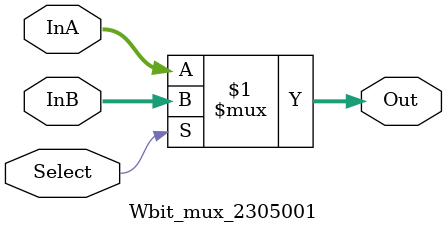
<source format=v>
module Wbit_mux_2305001 #(parameter W=32)(InA,InB,Select,Out);
			output [W-1:0] Out;
			input  wire[W-1:0] InA,InB;
			input Select;
			genvar i;
				
				assign Out= Select ? InB: InA;
				
			
endmodule
</source>
